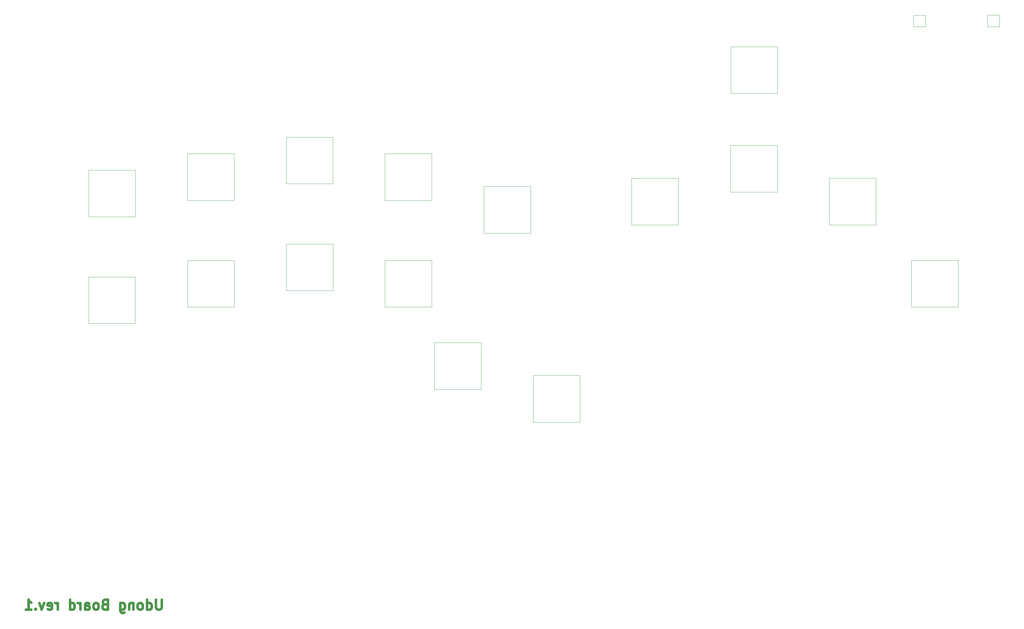
<source format=gbr>
G04 #@! TF.GenerationSoftware,KiCad,Pcbnew,8.0.3*
G04 #@! TF.CreationDate,2024-06-18T04:28:20+09:00*
G04 #@! TF.ProjectId,mainboard,6d61696e-626f-4617-9264-2e6b69636164,rev?*
G04 #@! TF.SameCoordinates,Original*
G04 #@! TF.FileFunction,Legend,Bot*
G04 #@! TF.FilePolarity,Positive*
%FSLAX46Y46*%
G04 Gerber Fmt 4.6, Leading zero omitted, Abs format (unit mm)*
G04 Created by KiCad (PCBNEW 8.0.3) date 2024-06-18 04:28:20*
%MOMM*%
%LPD*%
G01*
G04 APERTURE LIST*
%ADD10C,0.750000*%
%ADD11C,0.100000*%
%ADD12C,0.120000*%
G04 APERTURE END LIST*
D10*
X99992293Y-218593857D02*
X99992293Y-221022428D01*
X99992293Y-221022428D02*
X99849436Y-221308142D01*
X99849436Y-221308142D02*
X99706579Y-221451000D01*
X99706579Y-221451000D02*
X99420864Y-221593857D01*
X99420864Y-221593857D02*
X98849436Y-221593857D01*
X98849436Y-221593857D02*
X98563721Y-221451000D01*
X98563721Y-221451000D02*
X98420864Y-221308142D01*
X98420864Y-221308142D02*
X98278007Y-221022428D01*
X98278007Y-221022428D02*
X98278007Y-218593857D01*
X95563722Y-221593857D02*
X95563722Y-218593857D01*
X95563722Y-221451000D02*
X95849436Y-221593857D01*
X95849436Y-221593857D02*
X96420864Y-221593857D01*
X96420864Y-221593857D02*
X96706579Y-221451000D01*
X96706579Y-221451000D02*
X96849436Y-221308142D01*
X96849436Y-221308142D02*
X96992293Y-221022428D01*
X96992293Y-221022428D02*
X96992293Y-220165285D01*
X96992293Y-220165285D02*
X96849436Y-219879571D01*
X96849436Y-219879571D02*
X96706579Y-219736714D01*
X96706579Y-219736714D02*
X96420864Y-219593857D01*
X96420864Y-219593857D02*
X95849436Y-219593857D01*
X95849436Y-219593857D02*
X95563722Y-219736714D01*
X93706578Y-221593857D02*
X93992293Y-221451000D01*
X93992293Y-221451000D02*
X94135150Y-221308142D01*
X94135150Y-221308142D02*
X94278007Y-221022428D01*
X94278007Y-221022428D02*
X94278007Y-220165285D01*
X94278007Y-220165285D02*
X94135150Y-219879571D01*
X94135150Y-219879571D02*
X93992293Y-219736714D01*
X93992293Y-219736714D02*
X93706578Y-219593857D01*
X93706578Y-219593857D02*
X93278007Y-219593857D01*
X93278007Y-219593857D02*
X92992293Y-219736714D01*
X92992293Y-219736714D02*
X92849436Y-219879571D01*
X92849436Y-219879571D02*
X92706578Y-220165285D01*
X92706578Y-220165285D02*
X92706578Y-221022428D01*
X92706578Y-221022428D02*
X92849436Y-221308142D01*
X92849436Y-221308142D02*
X92992293Y-221451000D01*
X92992293Y-221451000D02*
X93278007Y-221593857D01*
X93278007Y-221593857D02*
X93706578Y-221593857D01*
X91420864Y-219593857D02*
X91420864Y-221593857D01*
X91420864Y-219879571D02*
X91278007Y-219736714D01*
X91278007Y-219736714D02*
X90992292Y-219593857D01*
X90992292Y-219593857D02*
X90563721Y-219593857D01*
X90563721Y-219593857D02*
X90278007Y-219736714D01*
X90278007Y-219736714D02*
X90135150Y-220022428D01*
X90135150Y-220022428D02*
X90135150Y-221593857D01*
X87420864Y-219593857D02*
X87420864Y-222022428D01*
X87420864Y-222022428D02*
X87563721Y-222308142D01*
X87563721Y-222308142D02*
X87706578Y-222451000D01*
X87706578Y-222451000D02*
X87992292Y-222593857D01*
X87992292Y-222593857D02*
X88420864Y-222593857D01*
X88420864Y-222593857D02*
X88706578Y-222451000D01*
X87420864Y-221451000D02*
X87706578Y-221593857D01*
X87706578Y-221593857D02*
X88278006Y-221593857D01*
X88278006Y-221593857D02*
X88563721Y-221451000D01*
X88563721Y-221451000D02*
X88706578Y-221308142D01*
X88706578Y-221308142D02*
X88849435Y-221022428D01*
X88849435Y-221022428D02*
X88849435Y-220165285D01*
X88849435Y-220165285D02*
X88706578Y-219879571D01*
X88706578Y-219879571D02*
X88563721Y-219736714D01*
X88563721Y-219736714D02*
X88278006Y-219593857D01*
X88278006Y-219593857D02*
X87706578Y-219593857D01*
X87706578Y-219593857D02*
X87420864Y-219736714D01*
X82706578Y-220022428D02*
X82278006Y-220165285D01*
X82278006Y-220165285D02*
X82135149Y-220308142D01*
X82135149Y-220308142D02*
X81992292Y-220593857D01*
X81992292Y-220593857D02*
X81992292Y-221022428D01*
X81992292Y-221022428D02*
X82135149Y-221308142D01*
X82135149Y-221308142D02*
X82278006Y-221451000D01*
X82278006Y-221451000D02*
X82563721Y-221593857D01*
X82563721Y-221593857D02*
X83706578Y-221593857D01*
X83706578Y-221593857D02*
X83706578Y-218593857D01*
X83706578Y-218593857D02*
X82706578Y-218593857D01*
X82706578Y-218593857D02*
X82420864Y-218736714D01*
X82420864Y-218736714D02*
X82278006Y-218879571D01*
X82278006Y-218879571D02*
X82135149Y-219165285D01*
X82135149Y-219165285D02*
X82135149Y-219451000D01*
X82135149Y-219451000D02*
X82278006Y-219736714D01*
X82278006Y-219736714D02*
X82420864Y-219879571D01*
X82420864Y-219879571D02*
X82706578Y-220022428D01*
X82706578Y-220022428D02*
X83706578Y-220022428D01*
X80278006Y-221593857D02*
X80563721Y-221451000D01*
X80563721Y-221451000D02*
X80706578Y-221308142D01*
X80706578Y-221308142D02*
X80849435Y-221022428D01*
X80849435Y-221022428D02*
X80849435Y-220165285D01*
X80849435Y-220165285D02*
X80706578Y-219879571D01*
X80706578Y-219879571D02*
X80563721Y-219736714D01*
X80563721Y-219736714D02*
X80278006Y-219593857D01*
X80278006Y-219593857D02*
X79849435Y-219593857D01*
X79849435Y-219593857D02*
X79563721Y-219736714D01*
X79563721Y-219736714D02*
X79420864Y-219879571D01*
X79420864Y-219879571D02*
X79278006Y-220165285D01*
X79278006Y-220165285D02*
X79278006Y-221022428D01*
X79278006Y-221022428D02*
X79420864Y-221308142D01*
X79420864Y-221308142D02*
X79563721Y-221451000D01*
X79563721Y-221451000D02*
X79849435Y-221593857D01*
X79849435Y-221593857D02*
X80278006Y-221593857D01*
X76706578Y-221593857D02*
X76706578Y-220022428D01*
X76706578Y-220022428D02*
X76849435Y-219736714D01*
X76849435Y-219736714D02*
X77135149Y-219593857D01*
X77135149Y-219593857D02*
X77706578Y-219593857D01*
X77706578Y-219593857D02*
X77992292Y-219736714D01*
X76706578Y-221451000D02*
X76992292Y-221593857D01*
X76992292Y-221593857D02*
X77706578Y-221593857D01*
X77706578Y-221593857D02*
X77992292Y-221451000D01*
X77992292Y-221451000D02*
X78135149Y-221165285D01*
X78135149Y-221165285D02*
X78135149Y-220879571D01*
X78135149Y-220879571D02*
X77992292Y-220593857D01*
X77992292Y-220593857D02*
X77706578Y-220451000D01*
X77706578Y-220451000D02*
X76992292Y-220451000D01*
X76992292Y-220451000D02*
X76706578Y-220308142D01*
X75278006Y-221593857D02*
X75278006Y-219593857D01*
X75278006Y-220165285D02*
X75135149Y-219879571D01*
X75135149Y-219879571D02*
X74992292Y-219736714D01*
X74992292Y-219736714D02*
X74706577Y-219593857D01*
X74706577Y-219593857D02*
X74420863Y-219593857D01*
X72135149Y-221593857D02*
X72135149Y-218593857D01*
X72135149Y-221451000D02*
X72420863Y-221593857D01*
X72420863Y-221593857D02*
X72992291Y-221593857D01*
X72992291Y-221593857D02*
X73278006Y-221451000D01*
X73278006Y-221451000D02*
X73420863Y-221308142D01*
X73420863Y-221308142D02*
X73563720Y-221022428D01*
X73563720Y-221022428D02*
X73563720Y-220165285D01*
X73563720Y-220165285D02*
X73420863Y-219879571D01*
X73420863Y-219879571D02*
X73278006Y-219736714D01*
X73278006Y-219736714D02*
X72992291Y-219593857D01*
X72992291Y-219593857D02*
X72420863Y-219593857D01*
X72420863Y-219593857D02*
X72135149Y-219736714D01*
X68420863Y-221593857D02*
X68420863Y-219593857D01*
X68420863Y-220165285D02*
X68278006Y-219879571D01*
X68278006Y-219879571D02*
X68135149Y-219736714D01*
X68135149Y-219736714D02*
X67849434Y-219593857D01*
X67849434Y-219593857D02*
X67563720Y-219593857D01*
X65420863Y-221451000D02*
X65706577Y-221593857D01*
X65706577Y-221593857D02*
X66278006Y-221593857D01*
X66278006Y-221593857D02*
X66563720Y-221451000D01*
X66563720Y-221451000D02*
X66706577Y-221165285D01*
X66706577Y-221165285D02*
X66706577Y-220022428D01*
X66706577Y-220022428D02*
X66563720Y-219736714D01*
X66563720Y-219736714D02*
X66278006Y-219593857D01*
X66278006Y-219593857D02*
X65706577Y-219593857D01*
X65706577Y-219593857D02*
X65420863Y-219736714D01*
X65420863Y-219736714D02*
X65278006Y-220022428D01*
X65278006Y-220022428D02*
X65278006Y-220308142D01*
X65278006Y-220308142D02*
X66706577Y-220593857D01*
X64278005Y-219593857D02*
X63563719Y-221593857D01*
X63563719Y-221593857D02*
X62849434Y-219593857D01*
X61706577Y-221308142D02*
X61563720Y-221451000D01*
X61563720Y-221451000D02*
X61706577Y-221593857D01*
X61706577Y-221593857D02*
X61849434Y-221451000D01*
X61849434Y-221451000D02*
X61706577Y-221308142D01*
X61706577Y-221308142D02*
X61706577Y-221593857D01*
X58706577Y-221593857D02*
X60420863Y-221593857D01*
X59563720Y-221593857D02*
X59563720Y-218593857D01*
X59563720Y-218593857D02*
X59849434Y-219022428D01*
X59849434Y-219022428D02*
X60135149Y-219308142D01*
X60135149Y-219308142D02*
X60420863Y-219451000D01*
G04 #@! TO.C,D3*
D11*
X354575000Y-44282500D02*
X350900000Y-44282500D01*
X350900000Y-40732500D01*
X354575000Y-40732500D01*
X354575000Y-44282500D01*
G04 #@! TO.C,D2*
X332075000Y-44350000D02*
X328400000Y-44350000D01*
X328400000Y-40800000D01*
X332075000Y-40800000D01*
X332075000Y-44350000D01*
D12*
G04 #@! TO.C,U18*
X212900000Y-150400000D02*
X212900000Y-164600000D01*
X212900000Y-164600000D02*
X227100000Y-164600000D01*
X227100000Y-150400000D02*
X212900000Y-150400000D01*
X227100000Y-164600000D02*
X227100000Y-150400000D01*
G04 #@! TO.C,U20*
X242820000Y-90400000D02*
X242820000Y-104600000D01*
X242820000Y-104600000D02*
X257020000Y-104600000D01*
X257020000Y-90400000D02*
X242820000Y-90400000D01*
X257020000Y-104600000D02*
X257020000Y-90400000D01*
G04 #@! TO.C,U11*
X167845000Y-115400000D02*
X167845000Y-129600000D01*
X167845000Y-129600000D02*
X182045000Y-129600000D01*
X182045000Y-115400000D02*
X167845000Y-115400000D01*
X182045000Y-129600000D02*
X182045000Y-115400000D01*
G04 #@! TO.C,U14*
X327820000Y-115400000D02*
X327820000Y-129600000D01*
X327820000Y-129600000D02*
X342020000Y-129600000D01*
X342020000Y-115400000D02*
X327820000Y-115400000D01*
X342020000Y-129600000D02*
X342020000Y-115400000D01*
G04 #@! TO.C,U13*
X137900000Y-110400000D02*
X137900000Y-124600000D01*
X137900000Y-124600000D02*
X152100000Y-124600000D01*
X152100000Y-110400000D02*
X137900000Y-110400000D01*
X152100000Y-124600000D02*
X152100000Y-110400000D01*
G04 #@! TO.C,U19*
X302820000Y-90400000D02*
X302820000Y-104600000D01*
X302820000Y-104600000D02*
X317020000Y-104600000D01*
X317020000Y-90400000D02*
X302820000Y-90400000D01*
X317020000Y-104600000D02*
X317020000Y-90400000D01*
G04 #@! TO.C,U7*
X107845000Y-82900000D02*
X107845000Y-97100000D01*
X107845000Y-97100000D02*
X122045000Y-97100000D01*
X122045000Y-82900000D02*
X107845000Y-82900000D01*
X122045000Y-97100000D02*
X122045000Y-82900000D01*
G04 #@! TO.C,U10*
X77820000Y-120400000D02*
X77820000Y-134600000D01*
X77820000Y-134600000D02*
X92020000Y-134600000D01*
X92020000Y-120400000D02*
X77820000Y-120400000D01*
X92020000Y-134600000D02*
X92020000Y-120400000D01*
G04 #@! TO.C,U12*
X107900000Y-115400000D02*
X107900000Y-129600000D01*
X107900000Y-129600000D02*
X122100000Y-129600000D01*
X122100000Y-115400000D02*
X107900000Y-115400000D01*
X122100000Y-129600000D02*
X122100000Y-115400000D01*
G04 #@! TO.C,U16*
X197900000Y-92900000D02*
X197900000Y-107100000D01*
X197900000Y-107100000D02*
X212100000Y-107100000D01*
X212100000Y-92900000D02*
X197900000Y-92900000D01*
X212100000Y-107100000D02*
X212100000Y-92900000D01*
G04 #@! TO.C,U8*
X77845000Y-87900000D02*
X77845000Y-102100000D01*
X77845000Y-102100000D02*
X92045000Y-102100000D01*
X92045000Y-87900000D02*
X77845000Y-87900000D01*
X92045000Y-102100000D02*
X92045000Y-87900000D01*
G04 #@! TO.C,U21*
X272820000Y-80400000D02*
X272820000Y-94600000D01*
X272820000Y-94600000D02*
X287020000Y-94600000D01*
X287020000Y-80400000D02*
X272820000Y-80400000D01*
X287020000Y-94600000D02*
X287020000Y-80400000D01*
G04 #@! TO.C,U15*
X182820000Y-140400000D02*
X182820000Y-154600000D01*
X182820000Y-154600000D02*
X197020000Y-154600000D01*
X197020000Y-140400000D02*
X182820000Y-140400000D01*
X197020000Y-154600000D02*
X197020000Y-140400000D01*
G04 #@! TO.C,U9*
X167845000Y-82900000D02*
X167845000Y-97100000D01*
X167845000Y-97100000D02*
X182045000Y-97100000D01*
X182045000Y-82900000D02*
X167845000Y-82900000D01*
X182045000Y-97100000D02*
X182045000Y-82900000D01*
G04 #@! TO.C,U6*
X137845000Y-77900000D02*
X137845000Y-92100000D01*
X137845000Y-92100000D02*
X152045000Y-92100000D01*
X152045000Y-77900000D02*
X137845000Y-77900000D01*
X152045000Y-92100000D02*
X152045000Y-77900000D01*
G04 #@! TO.C,U17*
X272900000Y-50400000D02*
X272900000Y-64600000D01*
X272900000Y-64600000D02*
X287100000Y-64600000D01*
X287100000Y-50400000D02*
X272900000Y-50400000D01*
X287100000Y-64600000D02*
X287100000Y-50400000D01*
G04 #@! TD*
M02*

</source>
